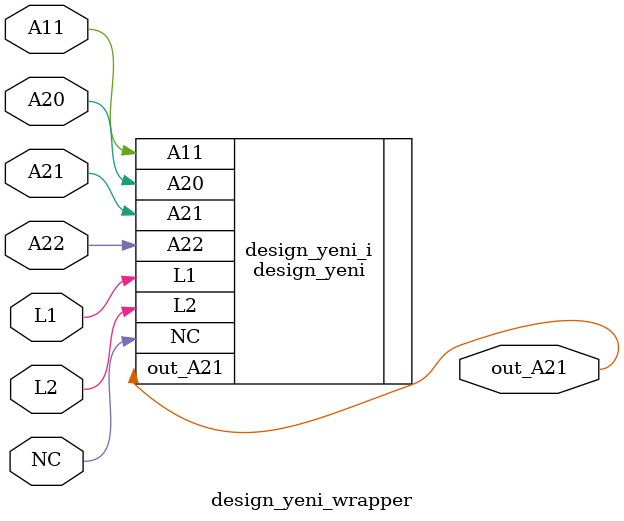
<source format=v>
`timescale 1 ps / 1 ps

module design_yeni_wrapper
   (A11,
    A20,
    A21,
    A22,
    L1,
    L2,
    NC,
    out_A21);
  input A11;
  input A20;
  input A21;
  input A22;
  input L1;
  input L2;
  input NC;
  output out_A21;

  wire A11;
  wire A20;
  wire A21;
  wire A22;
  wire L1;
  wire L2;
  wire NC;
  wire out_A21;

  design_yeni design_yeni_i
       (.A11(A11),
        .A20(A20),
        .A21(A21),
        .A22(A22),
        .L1(L1),
        .L2(L2),
        .NC(NC),
        .out_A21(out_A21));
endmodule

</source>
